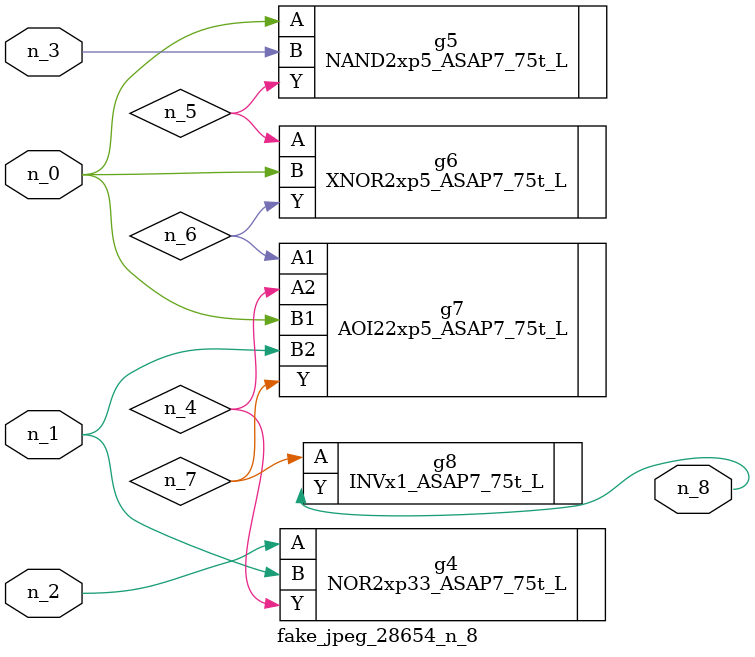
<source format=v>
module fake_jpeg_28654_n_8 (n_0, n_3, n_2, n_1, n_8);

input n_0;
input n_3;
input n_2;
input n_1;

output n_8;

wire n_4;
wire n_6;
wire n_5;
wire n_7;

NOR2xp33_ASAP7_75t_L g4 ( 
.A(n_2),
.B(n_1),
.Y(n_4)
);

NAND2xp5_ASAP7_75t_L g5 ( 
.A(n_0),
.B(n_3),
.Y(n_5)
);

XNOR2xp5_ASAP7_75t_L g6 ( 
.A(n_5),
.B(n_0),
.Y(n_6)
);

AOI22xp5_ASAP7_75t_L g7 ( 
.A1(n_6),
.A2(n_4),
.B1(n_0),
.B2(n_1),
.Y(n_7)
);

INVx1_ASAP7_75t_L g8 ( 
.A(n_7),
.Y(n_8)
);


endmodule
</source>
